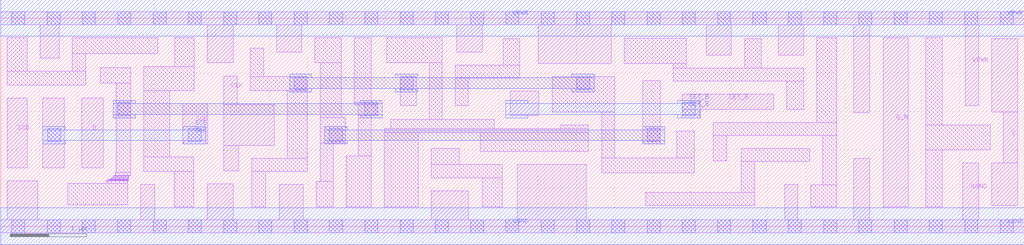
<source format=lef>
# Copyright 2020 The SkyWater PDK Authors
#
# Licensed under the Apache License, Version 2.0 (the "License");
# you may not use this file except in compliance with the License.
# You may obtain a copy of the License at
#
#     https://www.apache.org/licenses/LICENSE-2.0
#
# Unless required by applicable law or agreed to in writing, software
# distributed under the License is distributed on an "AS IS" BASIS,
# WITHOUT WARRANTIES OR CONDITIONS OF ANY KIND, either express or implied.
# See the License for the specific language governing permissions and
# limitations under the License.
#
# SPDX-License-Identifier: Apache-2.0

VERSION 5.7 ;
  NAMESCASESENSITIVE ON ;
  NOWIREEXTENSIONATPIN ON ;
  DIVIDERCHAR "/" ;
  BUSBITCHARS "[]" ;
UNITS
  DATABASE MICRONS 200 ;
END UNITS
MACRO sky130_fd_sc_hd__sdfsbp_1
  CLASS CORE ;
  SOURCE USER ;
  FOREIGN sky130_fd_sc_hd__sdfsbp_1 ;
  ORIGIN  0.000000  0.000000 ;
  SIZE  13.34000 BY  2.720000 ;
  SYMMETRY X Y R90 ;
  SITE unithd ;
  PIN D
    ANTENNAGATEAREA  0.159000 ;
    DIRECTION INPUT ;
    USE SIGNAL ;
    PORT
      LAYER li1 ;
        RECT 1.055000 0.765000 1.335000 1.675000 ;
    END
  END D
  PIN Q
    ANTENNADIFFAREA  0.429000 ;
    DIRECTION OUTPUT ;
    USE SIGNAL ;
    PORT
      LAYER li1 ;
        RECT 12.915000 0.275000 13.255000 0.825000 ;
        RECT 12.915000 1.495000 13.255000 2.450000 ;
        RECT 13.070000 0.825000 13.255000 1.495000 ;
    END
  END Q
  PIN Q_N
    ANTENNADIFFAREA  0.429000 ;
    DIRECTION OUTPUT ;
    USE SIGNAL ;
    PORT
      LAYER li1 ;
        RECT 11.500000 0.255000 11.830000 2.465000 ;
    END
  END Q_N
  PIN SCD
    ANTENNAGATEAREA  0.159000 ;
    DIRECTION INPUT ;
    USE SIGNAL ;
    PORT
      LAYER li1 ;
        RECT 0.085000 0.765000 0.345000 1.675000 ;
    END
  END SCD
  PIN SCE
    ANTENNAGATEAREA  0.318000 ;
    DIRECTION INPUT ;
    USE SIGNAL ;
    PORT
      LAYER li1 ;
        RECT 0.545000 0.765000 0.825000 1.675000 ;
        RECT 2.370000 1.075000 2.700000 1.600000 ;
      LAYER mcon ;
        RECT 0.610000 1.105000 0.780000 1.275000 ;
        RECT 2.445000 1.105000 2.615000 1.275000 ;
      LAYER met1 ;
        RECT 0.550000 1.075000 0.840000 1.120000 ;
        RECT 0.550000 1.120000 2.675000 1.260000 ;
        RECT 0.550000 1.260000 0.840000 1.305000 ;
        RECT 2.385000 1.075000 2.675000 1.120000 ;
        RECT 2.385000 1.260000 2.675000 1.305000 ;
    END
  END SCE
  PIN SET_B
    ANTENNAGATEAREA  0.252000 ;
    DIRECTION INPUT ;
    USE SIGNAL ;
    PORT
      LAYER li1 ;
        RECT 6.640000 1.445000  7.015000 1.765000 ;
        RECT 8.885000 1.415000  9.110000 1.525000 ;
        RECT 8.885000 1.525000 10.075000 1.725000 ;
      LAYER mcon ;
        RECT 8.885000 1.445000 9.055000 1.615000 ;
      LAYER met1 ;
        RECT 6.580000 1.415000 6.870000 1.460000 ;
        RECT 6.580000 1.460000 9.115000 1.600000 ;
        RECT 6.580000 1.600000 6.870000 1.645000 ;
        RECT 8.825000 1.415000 9.115000 1.460000 ;
        RECT 8.825000 1.600000 9.115000 1.645000 ;
    END
  END SET_B
  PIN CLK
    ANTENNAGATEAREA  0.159000 ;
    DIRECTION INPUT ;
    USE CLOCK ;
    PORT
      LAYER li1 ;
        RECT 2.905000 0.725000 3.100000 1.055000 ;
        RECT 2.905000 1.055000 3.565000 1.590000 ;
        RECT 2.905000 1.590000 3.085000 1.960000 ;
    END
  END CLK
  PIN VGND
    DIRECTION INOUT ;
    SHAPE ABUTMENT ;
    USE GROUND ;
    PORT
      LAYER li1 ;
        RECT  0.000000 -0.085000 13.340000 0.085000 ;
        RECT  0.085000  0.085000  0.480000 0.595000 ;
        RECT  1.825000  0.085000  2.005000 0.545000 ;
        RECT  2.690000  0.085000  3.030000 0.555000 ;
        RECT  3.630000  0.085000  3.940000 0.545000 ;
        RECT  5.610000  0.085000  6.095000 0.465000 ;
        RECT  6.735000  0.085000  7.630000 0.805000 ;
        RECT 10.220000  0.085000 10.390000 0.545000 ;
        RECT 11.120000  0.085000 11.330000 0.885000 ;
        RECT 12.540000  0.085000 12.745000 0.825000 ;
      LAYER mcon ;
        RECT  0.145000 -0.085000  0.315000 0.085000 ;
        RECT  0.605000 -0.085000  0.775000 0.085000 ;
        RECT  1.065000 -0.085000  1.235000 0.085000 ;
        RECT  1.525000 -0.085000  1.695000 0.085000 ;
        RECT  1.985000 -0.085000  2.155000 0.085000 ;
        RECT  2.445000 -0.085000  2.615000 0.085000 ;
        RECT  2.905000 -0.085000  3.075000 0.085000 ;
        RECT  3.365000 -0.085000  3.535000 0.085000 ;
        RECT  3.825000 -0.085000  3.995000 0.085000 ;
        RECT  4.285000 -0.085000  4.455000 0.085000 ;
        RECT  4.745000 -0.085000  4.915000 0.085000 ;
        RECT  5.205000 -0.085000  5.375000 0.085000 ;
        RECT  5.665000 -0.085000  5.835000 0.085000 ;
        RECT  6.125000 -0.085000  6.295000 0.085000 ;
        RECT  6.585000 -0.085000  6.755000 0.085000 ;
        RECT  7.045000 -0.085000  7.215000 0.085000 ;
        RECT  7.505000 -0.085000  7.675000 0.085000 ;
        RECT  7.965000 -0.085000  8.135000 0.085000 ;
        RECT  8.425000 -0.085000  8.595000 0.085000 ;
        RECT  8.885000 -0.085000  9.055000 0.085000 ;
        RECT  9.345000 -0.085000  9.515000 0.085000 ;
        RECT  9.805000 -0.085000  9.975000 0.085000 ;
        RECT 10.265000 -0.085000 10.435000 0.085000 ;
        RECT 10.725000 -0.085000 10.895000 0.085000 ;
        RECT 11.185000 -0.085000 11.355000 0.085000 ;
        RECT 11.645000 -0.085000 11.815000 0.085000 ;
        RECT 12.105000 -0.085000 12.275000 0.085000 ;
        RECT 12.565000 -0.085000 12.735000 0.085000 ;
        RECT 13.025000 -0.085000 13.195000 0.085000 ;
      LAYER met1 ;
        RECT 0.000000 -0.240000 13.340000 0.240000 ;
    END
  END VGND
  PIN VPWR
    DIRECTION INOUT ;
    SHAPE ABUTMENT ;
    USE POWER ;
    PORT
      LAYER li1 ;
        RECT  0.000000 2.635000 13.340000 2.805000 ;
        RECT  0.515000 2.195000  0.765000 2.635000 ;
        RECT  2.690000 2.140000  3.030000 2.635000 ;
        RECT  3.595000 2.275000  3.925000 2.635000 ;
        RECT  5.945000 2.275000  6.275000 2.635000 ;
        RECT  7.005000 2.125000  7.960000 2.635000 ;
        RECT  9.195000 2.235000  9.525000 2.635000 ;
        RECT 10.135000 2.235000 10.465000 2.635000 ;
        RECT 11.120000 1.485000 11.330000 2.635000 ;
        RECT 12.575000 1.575000 12.745000 2.635000 ;
      LAYER mcon ;
        RECT  0.145000 2.635000  0.315000 2.805000 ;
        RECT  0.605000 2.635000  0.775000 2.805000 ;
        RECT  1.065000 2.635000  1.235000 2.805000 ;
        RECT  1.525000 2.635000  1.695000 2.805000 ;
        RECT  1.985000 2.635000  2.155000 2.805000 ;
        RECT  2.445000 2.635000  2.615000 2.805000 ;
        RECT  2.905000 2.635000  3.075000 2.805000 ;
        RECT  3.365000 2.635000  3.535000 2.805000 ;
        RECT  3.825000 2.635000  3.995000 2.805000 ;
        RECT  4.285000 2.635000  4.455000 2.805000 ;
        RECT  4.745000 2.635000  4.915000 2.805000 ;
        RECT  5.205000 2.635000  5.375000 2.805000 ;
        RECT  5.665000 2.635000  5.835000 2.805000 ;
        RECT  6.125000 2.635000  6.295000 2.805000 ;
        RECT  6.585000 2.635000  6.755000 2.805000 ;
        RECT  7.045000 2.635000  7.215000 2.805000 ;
        RECT  7.505000 2.635000  7.675000 2.805000 ;
        RECT  7.965000 2.635000  8.135000 2.805000 ;
        RECT  8.425000 2.635000  8.595000 2.805000 ;
        RECT  8.885000 2.635000  9.055000 2.805000 ;
        RECT  9.345000 2.635000  9.515000 2.805000 ;
        RECT  9.805000 2.635000  9.975000 2.805000 ;
        RECT 10.265000 2.635000 10.435000 2.805000 ;
        RECT 10.725000 2.635000 10.895000 2.805000 ;
        RECT 11.185000 2.635000 11.355000 2.805000 ;
        RECT 11.645000 2.635000 11.815000 2.805000 ;
        RECT 12.105000 2.635000 12.275000 2.805000 ;
        RECT 12.565000 2.635000 12.735000 2.805000 ;
        RECT 13.025000 2.635000 13.195000 2.805000 ;
      LAYER met1 ;
        RECT 0.000000 2.480000 13.340000 2.960000 ;
    END
  END VPWR
  OBS
    LAYER li1 ;
      RECT  0.085000 1.845000  1.105000 2.025000 ;
      RECT  0.085000 2.025000  0.345000 2.465000 ;
      RECT  0.875000 0.280000  1.655000 0.560000 ;
      RECT  0.935000 2.025000  1.105000 2.255000 ;
      RECT  0.935000 2.255000  2.045000 2.465000 ;
      RECT  1.295000 1.870000  1.695000 2.075000 ;
      RECT  1.380000 0.560000  1.655000 0.590000 ;
      RECT  1.380000 0.590000  1.660000 0.600000 ;
      RECT  1.395000 0.600000  1.660000 0.605000 ;
      RECT  1.405000 0.605000  1.660000 0.610000 ;
      RECT  1.420000 0.610000  1.660000 0.615000 ;
      RECT  1.430000 0.615000  1.670000 0.620000 ;
      RECT  1.440000 0.620000  1.670000 0.630000 ;
      RECT  1.445000 0.630000  1.670000 0.635000 ;
      RECT  1.460000 0.635000  1.670000 0.645000 ;
      RECT  1.475000 0.645000  1.670000 0.655000 ;
      RECT  1.475000 0.655000  1.695000 0.665000 ;
      RECT  1.495000 0.665000  1.695000 0.705000 ;
      RECT  1.505000 0.705000  1.695000 1.870000 ;
      RECT  1.865000 0.715000  2.515000 0.905000 ;
      RECT  1.865000 0.905000  2.200000 1.770000 ;
      RECT  1.865000 1.770000  2.520000 2.085000 ;
      RECT  2.260000 0.255000  2.515000 0.715000 ;
      RECT  2.270000 2.085000  2.520000 2.465000 ;
      RECT  3.255000 1.775000  3.995000 1.955000 ;
      RECT  3.255000 1.955000  3.425000 2.325000 ;
      RECT  3.270000 0.255000  3.455000 0.715000 ;
      RECT  3.270000 0.715000  3.995000 0.885000 ;
      RECT  3.735000 0.885000  3.995000 1.775000 ;
      RECT  4.095000 2.135000  4.440000 2.465000 ;
      RECT  4.110000 0.255000  4.335000 0.585000 ;
      RECT  4.165000 0.585000  4.335000 1.090000 ;
      RECT  4.165000 1.090000  4.490000 1.420000 ;
      RECT  4.165000 1.420000  4.440000 2.135000 ;
      RECT  4.505000 0.255000  4.830000 0.920000 ;
      RECT  4.610000 1.590000  4.915000 1.615000 ;
      RECT  4.610000 1.615000  4.830000 2.465000 ;
      RECT  4.660000 0.920000  4.830000 1.445000 ;
      RECT  4.660000 1.445000  4.915000 1.590000 ;
      RECT  5.000000 0.255000  5.440000 1.225000 ;
      RECT  5.000000 1.225000  7.660000 1.275000 ;
      RECT  5.030000 2.135000  5.755000 2.465000 ;
      RECT  5.085000 1.275000  6.435000 1.395000 ;
      RECT  5.205000 1.575000  5.415000 1.955000 ;
      RECT  5.585000 1.395000  5.755000 2.135000 ;
      RECT  5.610000 0.635000  6.535000 0.805000 ;
      RECT  5.610000 0.805000  5.975000 1.015000 ;
      RECT  5.925000 1.575000  6.095000 1.935000 ;
      RECT  5.925000 1.935000  6.765000 2.105000 ;
      RECT  6.250000 0.975000  7.660000 1.225000 ;
      RECT  6.275000 0.255000  6.535000 0.635000 ;
      RECT  6.550000 2.105000  6.765000 2.450000 ;
      RECT  7.190000 1.495000  8.005000 1.955000 ;
      RECT  7.300000 1.275000  7.660000 1.325000 ;
      RECT  7.835000 0.695000  9.040000 0.895000 ;
      RECT  7.835000 0.895000  8.005000 1.495000 ;
      RECT  8.130000 2.125000  8.935000 2.460000 ;
      RECT  8.365000 1.075000  8.595000 1.905000 ;
      RECT  8.410000 0.275000  9.825000 0.445000 ;
      RECT  8.765000 1.895000 10.465000 2.065000 ;
      RECT  8.765000 2.065000  8.935000 2.125000 ;
      RECT  8.810000 0.895000  9.040000 1.245000 ;
      RECT  9.290000 0.855000  9.465000 1.185000 ;
      RECT  9.290000 1.185000 10.895000 1.355000 ;
      RECT  9.655000 0.445000  9.825000 0.845000 ;
      RECT  9.655000 0.845000 10.545000 1.015000 ;
      RECT  9.695000 2.065000  9.910000 2.450000 ;
      RECT 10.245000 1.525000 10.465000 1.895000 ;
      RECT 10.560000 0.255000 10.895000 0.540000 ;
      RECT 10.635000 1.355000 10.895000 2.465000 ;
      RECT 10.715000 0.540000 10.895000 1.185000 ;
      RECT 12.060000 0.255000 12.270000 0.995000 ;
      RECT 12.060000 0.995000 12.900000 1.325000 ;
      RECT 12.060000 1.325000 12.270000 2.465000 ;
    LAYER mcon ;
      RECT 1.525000 1.445000 1.695000 1.615000 ;
      RECT 3.825000 1.785000 3.995000 1.955000 ;
      RECT 4.285000 1.105000 4.455000 1.275000 ;
      RECT 4.745000 1.445000 4.915000 1.615000 ;
      RECT 5.205000 1.785000 5.375000 1.955000 ;
      RECT 7.505000 1.785000 7.675000 1.955000 ;
      RECT 8.425000 1.105000 8.595000 1.275000 ;
    LAYER met1 ;
      RECT 1.465000 1.415000 1.755000 1.460000 ;
      RECT 1.465000 1.460000 4.975000 1.600000 ;
      RECT 1.465000 1.600000 1.755000 1.645000 ;
      RECT 3.765000 1.755000 4.055000 1.800000 ;
      RECT 3.765000 1.800000 7.735000 1.940000 ;
      RECT 3.765000 1.940000 4.055000 1.985000 ;
      RECT 4.225000 1.075000 4.515000 1.120000 ;
      RECT 4.225000 1.120000 8.655000 1.260000 ;
      RECT 4.225000 1.260000 4.515000 1.305000 ;
      RECT 4.685000 1.415000 4.975000 1.460000 ;
      RECT 4.685000 1.600000 4.975000 1.645000 ;
      RECT 5.145000 1.755000 5.435000 1.800000 ;
      RECT 5.145000 1.940000 5.435000 1.985000 ;
      RECT 7.445000 1.755000 7.735000 1.800000 ;
      RECT 7.445000 1.940000 7.735000 1.985000 ;
      RECT 8.365000 1.075000 8.655000 1.120000 ;
      RECT 8.365000 1.260000 8.655000 1.305000 ;
  END
END sky130_fd_sc_hd__sdfsbp_1
END LIBRARY

</source>
